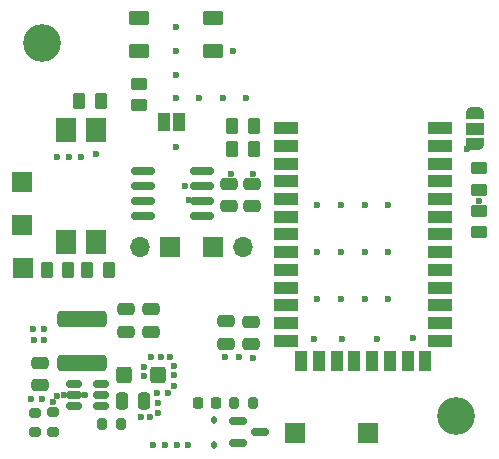
<source format=gbr>
%TF.GenerationSoftware,KiCad,Pcbnew,8.0.6-8.0.6-0~ubuntu24.04.1*%
%TF.CreationDate,2024-10-24T15:12:09+03:00*%
%TF.ProjectId,navigator,6e617669-6761-4746-9f72-2e6b69636164,rev?*%
%TF.SameCoordinates,Original*%
%TF.FileFunction,Soldermask,Top*%
%TF.FilePolarity,Negative*%
%FSLAX46Y46*%
G04 Gerber Fmt 4.6, Leading zero omitted, Abs format (unit mm)*
G04 Created by KiCad (PCBNEW 8.0.6-8.0.6-0~ubuntu24.04.1) date 2024-10-24 15:12:09*
%MOMM*%
%LPD*%
G01*
G04 APERTURE LIST*
G04 Aperture macros list*
%AMRoundRect*
0 Rectangle with rounded corners*
0 $1 Rounding radius*
0 $2 $3 $4 $5 $6 $7 $8 $9 X,Y pos of 4 corners*
0 Add a 4 corners polygon primitive as box body*
4,1,4,$2,$3,$4,$5,$6,$7,$8,$9,$2,$3,0*
0 Add four circle primitives for the rounded corners*
1,1,$1+$1,$2,$3*
1,1,$1+$1,$4,$5*
1,1,$1+$1,$6,$7*
1,1,$1+$1,$8,$9*
0 Add four rect primitives between the rounded corners*
20,1,$1+$1,$2,$3,$4,$5,0*
20,1,$1+$1,$4,$5,$6,$7,0*
20,1,$1+$1,$6,$7,$8,$9,0*
20,1,$1+$1,$8,$9,$2,$3,0*%
%AMFreePoly0*
4,1,19,0.550000,-0.750000,0.000000,-0.750000,0.000000,-0.744911,-0.071157,-0.744911,-0.207708,-0.704816,-0.327430,-0.627875,-0.420627,-0.520320,-0.479746,-0.390866,-0.500000,-0.250000,-0.500000,0.250000,-0.479746,0.390866,-0.420627,0.520320,-0.327430,0.627875,-0.207708,0.704816,-0.071157,0.744911,0.000000,0.744911,0.000000,0.750000,0.550000,0.750000,0.550000,-0.750000,0.550000,-0.750000,
$1*%
%AMFreePoly1*
4,1,19,0.000000,0.744911,0.071157,0.744911,0.207708,0.704816,0.327430,0.627875,0.420627,0.520320,0.479746,0.390866,0.500000,0.250000,0.500000,-0.250000,0.479746,-0.390866,0.420627,-0.520320,0.327430,-0.627875,0.207708,-0.704816,0.071157,-0.744911,0.000000,-0.744911,0.000000,-0.750000,-0.550000,-0.750000,-0.550000,0.750000,0.000000,0.750000,0.000000,0.744911,0.000000,0.744911,
$1*%
G04 Aperture macros list end*
%ADD10RoundRect,0.250000X-0.450000X0.262500X-0.450000X-0.262500X0.450000X-0.262500X0.450000X0.262500X0*%
%ADD11RoundRect,0.250000X-0.262500X-0.450000X0.262500X-0.450000X0.262500X0.450000X-0.262500X0.450000X0*%
%ADD12R,1.780000X2.000000*%
%ADD13RoundRect,0.250000X-0.250000X-0.475000X0.250000X-0.475000X0.250000X0.475000X-0.250000X0.475000X0*%
%ADD14R,2.000000X1.000000*%
%ADD15R,1.000000X1.800000*%
%ADD16FreePoly0,90.000000*%
%ADD17R,1.500000X1.000000*%
%ADD18FreePoly1,90.000000*%
%ADD19RoundRect,0.250000X0.475000X-0.250000X0.475000X0.250000X-0.475000X0.250000X-0.475000X-0.250000X0*%
%ADD20RoundRect,0.150000X0.825000X0.150000X-0.825000X0.150000X-0.825000X-0.150000X0.825000X-0.150000X0*%
%ADD21RoundRect,0.200000X-0.200000X-0.275000X0.200000X-0.275000X0.200000X0.275000X-0.200000X0.275000X0*%
%ADD22RoundRect,0.350000X-1.750000X-0.350000X1.750000X-0.350000X1.750000X0.350000X-1.750000X0.350000X0*%
%ADD23RoundRect,0.200000X0.200000X0.275000X-0.200000X0.275000X-0.200000X-0.275000X0.200000X-0.275000X0*%
%ADD24RoundRect,0.200000X-0.275000X0.200000X-0.275000X-0.200000X0.275000X-0.200000X0.275000X0.200000X0*%
%ADD25C,3.200000*%
%ADD26RoundRect,0.250000X-0.475000X0.250000X-0.475000X-0.250000X0.475000X-0.250000X0.475000X0.250000X0*%
%ADD27RoundRect,0.250000X0.450000X-0.262500X0.450000X0.262500X-0.450000X0.262500X-0.450000X-0.262500X0*%
%ADD28RoundRect,0.150000X-0.587500X-0.150000X0.587500X-0.150000X0.587500X0.150000X-0.587500X0.150000X0*%
%ADD29RoundRect,0.250000X0.262500X0.450000X-0.262500X0.450000X-0.262500X-0.450000X0.262500X-0.450000X0*%
%ADD30RoundRect,0.250000X-0.625000X0.375000X-0.625000X-0.375000X0.625000X-0.375000X0.625000X0.375000X0*%
%ADD31RoundRect,0.250000X-0.400000X-0.450000X0.400000X-0.450000X0.400000X0.450000X-0.400000X0.450000X0*%
%ADD32R,1.000000X1.500000*%
%ADD33RoundRect,0.150000X-0.512500X-0.150000X0.512500X-0.150000X0.512500X0.150000X-0.512500X0.150000X0*%
%ADD34RoundRect,0.225000X0.225000X0.250000X-0.225000X0.250000X-0.225000X-0.250000X0.225000X-0.250000X0*%
%ADD35RoundRect,0.200000X0.275000X-0.200000X0.275000X0.200000X-0.275000X0.200000X-0.275000X-0.200000X0*%
%ADD36RoundRect,0.112500X0.112500X-0.187500X0.112500X0.187500X-0.112500X0.187500X-0.112500X-0.187500X0*%
%ADD37R,1.700000X1.700000*%
%ADD38O,1.700000X1.700000*%
%ADD39C,0.600000*%
G04 APERTURE END LIST*
D10*
%TO.C,R107*%
X113680000Y-65515000D03*
X113680000Y-67340000D03*
%TD*%
D11*
%TO.C,R111*%
X77107500Y-70560000D03*
X78932500Y-70560000D03*
%TD*%
D12*
%TO.C,U101*%
X78710000Y-68175000D03*
X81250000Y-68175000D03*
X81250000Y-58645000D03*
X78710000Y-58645000D03*
%TD*%
D13*
%TO.C,C104*%
X83440000Y-81620000D03*
X85340000Y-81620000D03*
%TD*%
D14*
%TO.C,BT101*%
X97390000Y-58520000D03*
X97390000Y-60020000D03*
X97390000Y-61520000D03*
X97390000Y-63020000D03*
X97390000Y-64520000D03*
X97390000Y-66020000D03*
X97390000Y-67520000D03*
X97390000Y-69020000D03*
X97390000Y-70520000D03*
X97390000Y-72020000D03*
X97390000Y-73520000D03*
X97390000Y-75020000D03*
X97390000Y-76520000D03*
D15*
X98640000Y-78270000D03*
X100140000Y-78270000D03*
X101640000Y-78270000D03*
X103140000Y-78270000D03*
X104640000Y-78270000D03*
X106140000Y-78270000D03*
X107640000Y-78270000D03*
X109140000Y-78270000D03*
D14*
X110390000Y-76520000D03*
X110390000Y-75020000D03*
X110390000Y-73520000D03*
X110390000Y-72020000D03*
X110390000Y-70520000D03*
X110390000Y-69020000D03*
X110390000Y-67520000D03*
X110390000Y-66020000D03*
X110390000Y-64520000D03*
X110390000Y-63020000D03*
X110390000Y-61520000D03*
X110390000Y-60020000D03*
X110390000Y-58520000D03*
%TD*%
D16*
%TO.C,JP101*%
X113370000Y-59870000D03*
D17*
X113370000Y-58570000D03*
D18*
X113370000Y-57270000D03*
%TD*%
D19*
%TO.C,C105*%
X76490000Y-80280000D03*
X76490000Y-78380000D03*
%TD*%
D20*
%TO.C,U103*%
X90225000Y-65920000D03*
X90225000Y-64650000D03*
X90225000Y-63380000D03*
X90225000Y-62110000D03*
X85275000Y-62110000D03*
X85275000Y-63380000D03*
X85275000Y-64650000D03*
X85275000Y-65920000D03*
%TD*%
D21*
%TO.C,R109*%
X92920000Y-81760000D03*
X94570000Y-81760000D03*
%TD*%
D11*
%TO.C,R112*%
X80527500Y-70520000D03*
X82352500Y-70520000D03*
%TD*%
D22*
%TO.C,L101*%
X80080000Y-78417500D03*
X80080000Y-74667500D03*
%TD*%
D23*
%TO.C,R104*%
X83400000Y-83590000D03*
X81750000Y-83590000D03*
%TD*%
D24*
%TO.C,R105*%
X76070000Y-82610000D03*
X76070000Y-84260000D03*
%TD*%
D11*
%TO.C,R102*%
X92787500Y-58320000D03*
X94612500Y-58320000D03*
%TD*%
%TO.C,R101*%
X92795000Y-60320000D03*
X94620000Y-60320000D03*
%TD*%
D25*
%TO.C,H101*%
X76680000Y-51290000D03*
%TD*%
D26*
%TO.C,C103*%
X92282500Y-74890000D03*
X92282500Y-76790000D03*
%TD*%
%TO.C,C108*%
X85880000Y-73840000D03*
X85880000Y-75740000D03*
%TD*%
D27*
%TO.C,R108*%
X113680000Y-63755000D03*
X113680000Y-61930000D03*
%TD*%
D28*
%TO.C,Q101*%
X93255000Y-83320000D03*
X93255000Y-85220000D03*
X95130000Y-84270000D03*
%TD*%
D29*
%TO.C,R113*%
X81672500Y-56250000D03*
X79847500Y-56250000D03*
%TD*%
D30*
%TO.C,D101*%
X84870000Y-49172500D03*
X84870000Y-51972500D03*
%TD*%
D19*
%TO.C,C101*%
X92515000Y-65110000D03*
X92515000Y-63210000D03*
%TD*%
D26*
%TO.C,C102*%
X94392500Y-74910000D03*
X94392500Y-76810000D03*
%TD*%
D19*
%TO.C,C106*%
X94500000Y-65110000D03*
X94500000Y-63210000D03*
%TD*%
D31*
%TO.C,D102*%
X83652500Y-79400000D03*
X86552500Y-79400000D03*
%TD*%
D30*
%TO.C,D103*%
X91140000Y-49200000D03*
X91140000Y-52000000D03*
%TD*%
D27*
%TO.C,R103*%
X84900000Y-56602500D03*
X84900000Y-54777500D03*
%TD*%
D32*
%TO.C,JP103*%
X86980000Y-58020000D03*
X88280000Y-58020000D03*
%TD*%
D33*
%TO.C,U102*%
X79405000Y-80150000D03*
X79405000Y-81100000D03*
X79405000Y-82050000D03*
X81680000Y-82050000D03*
X81680000Y-81100000D03*
X81680000Y-80150000D03*
%TD*%
D34*
%TO.C,C109*%
X91460000Y-81800000D03*
X89910000Y-81800000D03*
%TD*%
D25*
%TO.C,H102*%
X111778056Y-82898056D03*
%TD*%
D35*
%TO.C,R106*%
X77640000Y-84230000D03*
X77640000Y-82580000D03*
%TD*%
D36*
%TO.C,D104*%
X91230000Y-85307500D03*
X91230000Y-83207500D03*
%TD*%
D26*
%TO.C,C107*%
X83800000Y-73860000D03*
X83800000Y-75760000D03*
%TD*%
D37*
%TO.C,J101*%
X87520000Y-68620000D03*
D38*
X84980000Y-68620000D03*
%TD*%
D37*
%TO.C,J103*%
X98090000Y-84330000D03*
%TD*%
%TO.C,J107*%
X74990000Y-66730000D03*
%TD*%
%TO.C,J102*%
X91170000Y-68620000D03*
D38*
X93710000Y-68620000D03*
%TD*%
D37*
%TO.C,J106*%
X75040000Y-70350000D03*
%TD*%
%TO.C,J104*%
X104320000Y-84320000D03*
%TD*%
%TO.C,J105*%
X74990000Y-63070000D03*
%TD*%
D39*
X76870000Y-76480000D03*
X106000000Y-69000000D03*
X85320000Y-78750000D03*
X86790000Y-77870000D03*
X80000000Y-61000000D03*
X76710000Y-81480000D03*
X80340000Y-81090000D03*
X86520000Y-82610000D03*
X102000000Y-69000000D03*
X86500000Y-81760000D03*
X92152500Y-77900000D03*
X106000000Y-73000000D03*
X76850000Y-75500000D03*
X105040000Y-76400000D03*
X86450000Y-80980000D03*
X102000000Y-65000000D03*
X94532500Y-78000000D03*
X78530000Y-81100000D03*
X81250000Y-60680000D03*
X75980000Y-76500000D03*
X108130000Y-76300000D03*
X90000000Y-56000000D03*
X87520000Y-77880000D03*
X104000000Y-65000000D03*
X85820000Y-83010000D03*
X94000000Y-56000000D03*
X88000000Y-50000000D03*
X75760000Y-81440000D03*
X77640000Y-81730000D03*
X85080000Y-83010000D03*
X102070000Y-76370000D03*
X100000000Y-69000000D03*
X88810000Y-63390000D03*
X85300000Y-79520000D03*
X87840000Y-79390000D03*
X87830000Y-78630000D03*
X88000000Y-54000000D03*
X104000000Y-69000000D03*
X93342500Y-77920000D03*
X100000000Y-73000000D03*
X92700000Y-62400000D03*
X75960000Y-75500000D03*
X102000000Y-73000000D03*
X112660000Y-60300000D03*
X78000000Y-61000000D03*
X92000000Y-56000000D03*
X106000000Y-65000000D03*
X88000000Y-56000000D03*
X104000000Y-73000000D03*
X99680000Y-76390000D03*
X79000000Y-61000000D03*
X77955000Y-81195000D03*
X100000000Y-65000000D03*
X88000000Y-52000000D03*
X87380000Y-80980000D03*
X87900000Y-80340000D03*
X94530000Y-62410000D03*
X85960000Y-77880000D03*
X88070000Y-60110000D03*
X89130000Y-64620000D03*
X92870000Y-52020000D03*
X113680000Y-64690000D03*
X86120000Y-85307500D03*
X88140000Y-85307500D03*
X89040000Y-85307500D03*
X87080000Y-85307500D03*
M02*

</source>
